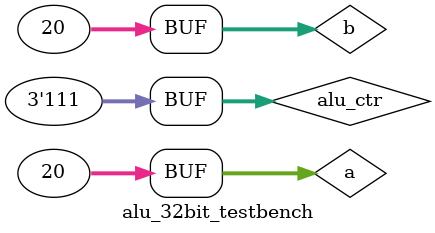
<source format=v>
module alu_32bit_testbench();
	reg signed [31:0] a,b;
	reg [2:0] alu_ctr;
	wire c_out,z;
	wire signed [31:0] r;
	alu_32bit my_alu32(r,c_out,z,a,b,alu_ctr);
	initial begin
	//a=10, b=30
	a = 32'b00000000000000000000000000001010; b =32'b00000000000000000000000000011110; alu_ctr =3'b000; //and
	#20;
	//a=0, b=10
	a = 32'b00000000000000000000000000000000; b =32'b00000000000000000000000000010100; alu_ctr =3'b000; //and
	#20;
	//a=10, b=30
	a = 32'b00000000000000000000000000001010; b =32'b00000000000000000000000000011110; alu_ctr =3'b001; //or
	#20;
	//a=0, b=10
	a = 32'b00000000000000000000000000000000; b =32'b00000000000000000000000000010100; alu_ctr =3'b001; //or
	#20;
	//a=10, b=30
	a = 32'b00000000000000000000000000001010; b =32'b00000000000000000000000000011110; alu_ctr =3'b010; //add
	#20;
	//a=0, b=10
	a = 32'b00000000000000000000000000000000; b =32'b00000000000000000000000000010100; alu_ctr =3'b010; //add
	#20;
	//a=10, b=30
	a = 32'b00000000000000000000000000001010; b =32'b00000000000000000000000000011110; alu_ctr =3'b110; //sub
	#20;
	//a=0, b=10
	a = 32'b00000000000000000000000000000000; b =32'b00000000000000000000000000010100; alu_ctr =3'b110; //sub
	#20;
	//a=100, b=99
	a = 32'b00000000000000000000000001100100; b =32'b00000000000000000000000001100011; alu_ctr =3'b110; //sub
	#20;
	//a=10, b=30
	a = 32'b00000000000000000000000000001010; b =32'b00000000000000000000000000011110; alu_ctr =3'b111; //xor
	#20;
	//a=0, b=10
	a = 32'b00000000000000000000000000000000; b =32'b00000000000000000000000000010100; alu_ctr =3'b111; //xor
	#20;
	//a=10, b=10
	a = 32'b00000000000000000000000000010100; b =32'b00000000000000000000000000010100; alu_ctr =3'b111; //xor
	#20;
	end
	initial begin
	$monitor("time=%2d,a=%2d,b=%2d,alu_ctr=%3b,r=%2d,cout=%1b,z=%1b"
	          ,$time,a,b,alu_ctr,r,c_out,z);
	end
endmodule
</source>
